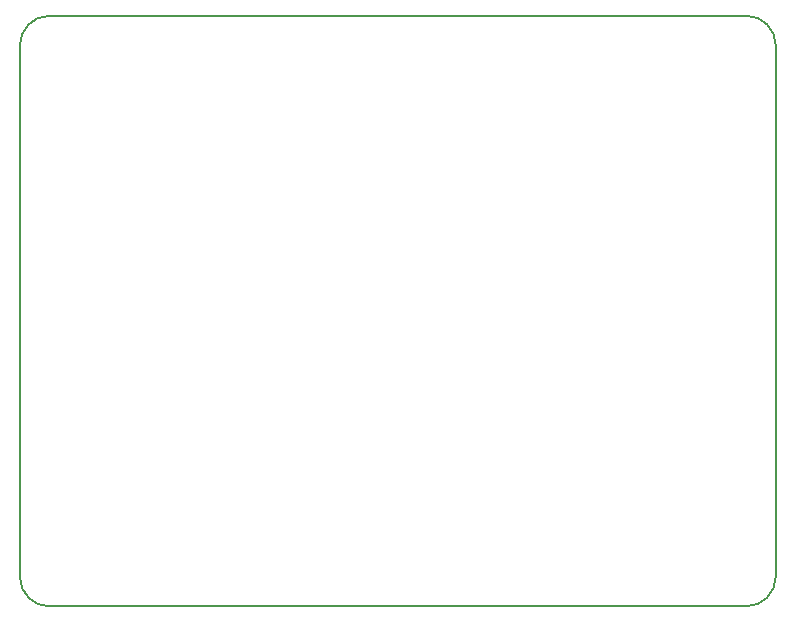
<source format=gm1>
%TF.GenerationSoftware,KiCad,Pcbnew,(6.0.7)*%
%TF.CreationDate,2022-09-18T21:03:07-04:00*%
%TF.ProjectId,SD2IEC,53443249-4543-42e6-9b69-6361645f7063,A*%
%TF.SameCoordinates,Original*%
%TF.FileFunction,Profile,NP*%
%FSLAX46Y46*%
G04 Gerber Fmt 4.6, Leading zero omitted, Abs format (unit mm)*
G04 Created by KiCad (PCBNEW (6.0.7)) date 2022-09-18 21:03:07*
%MOMM*%
%LPD*%
G01*
G04 APERTURE LIST*
%TA.AperFunction,Profile*%
%ADD10C,0.150000*%
%TD*%
G04 APERTURE END LIST*
D10*
X83820000Y-126160000D02*
G75*
G03*
X86320000Y-128660000I2500000J0D01*
G01*
X86320000Y-78660000D02*
G75*
G03*
X83820000Y-81160000I0J-2500000D01*
G01*
X147820000Y-81160000D02*
G75*
G03*
X145320000Y-78660000I-2500000J0D01*
G01*
X145320000Y-128660000D02*
G75*
G03*
X147820000Y-126160000I0J2500000D01*
G01*
X83820000Y-126160000D02*
X83820000Y-81160000D01*
X86320000Y-128660000D02*
X145320000Y-128660000D01*
X147820000Y-81160000D02*
X147820000Y-126160000D01*
X86320000Y-78660000D02*
X145320000Y-78660000D01*
M02*

</source>
